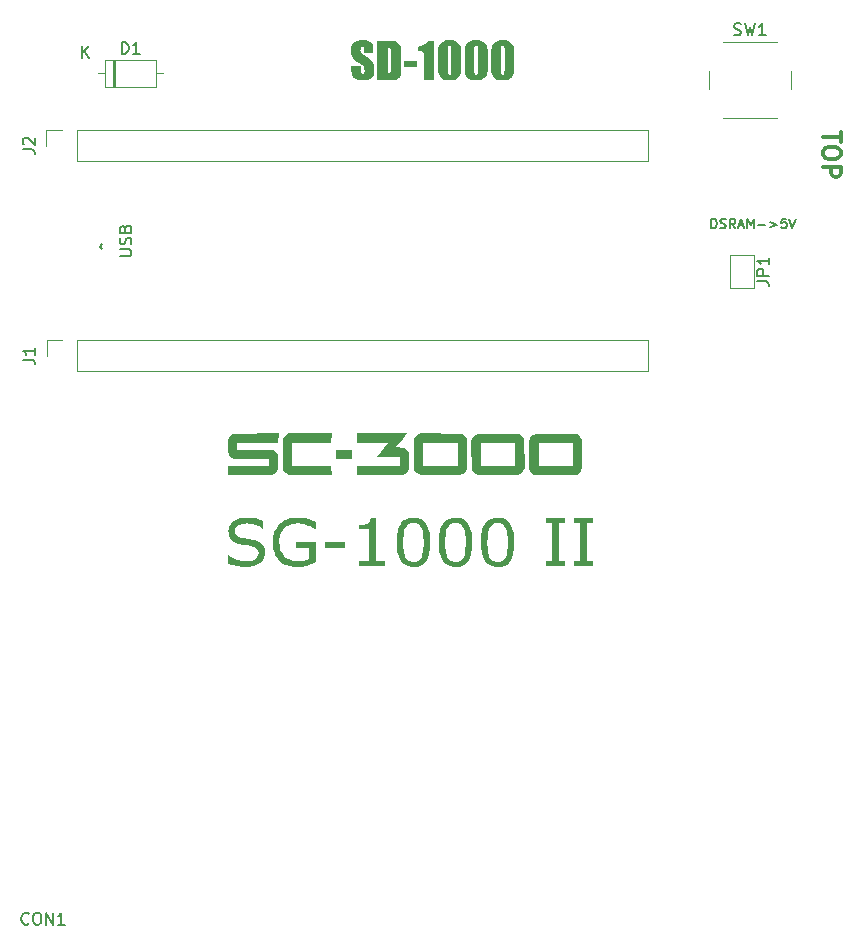
<source format=gbr>
%TF.GenerationSoftware,KiCad,Pcbnew,8.0.1*%
%TF.CreationDate,2024-04-05T19:57:55+02:00*%
%TF.ProjectId,SD-10005v,53442d31-3030-4303-9576-2e6b69636164,rev?*%
%TF.SameCoordinates,Original*%
%TF.FileFunction,Legend,Top*%
%TF.FilePolarity,Positive*%
%FSLAX46Y46*%
G04 Gerber Fmt 4.6, Leading zero omitted, Abs format (unit mm)*
G04 Created by KiCad (PCBNEW 8.0.1) date 2024-04-05 19:57:55*
%MOMM*%
%LPD*%
G01*
G04 APERTURE LIST*
G04 Aperture macros list*
%AMRoundRect*
0 Rectangle with rounded corners*
0 $1 Rounding radius*
0 $2 $3 $4 $5 $6 $7 $8 $9 X,Y pos of 4 corners*
0 Add a 4 corners polygon primitive as box body*
4,1,4,$2,$3,$4,$5,$6,$7,$8,$9,$2,$3,0*
0 Add four circle primitives for the rounded corners*
1,1,$1+$1,$2,$3*
1,1,$1+$1,$4,$5*
1,1,$1+$1,$6,$7*
1,1,$1+$1,$8,$9*
0 Add four rect primitives between the rounded corners*
20,1,$1+$1,$2,$3,$4,$5,0*
20,1,$1+$1,$4,$5,$6,$7,0*
20,1,$1+$1,$6,$7,$8,$9,0*
20,1,$1+$1,$8,$9,$2,$3,0*%
G04 Aperture macros list end*
%ADD10C,0.150000*%
%ADD11C,0.000000*%
%ADD12C,0.750000*%
%ADD13C,0.300000*%
%ADD14C,0.120000*%
%ADD15R,1.600000X1.600000*%
%ADD16O,1.600000X1.600000*%
%ADD17R,1.700000X1.700000*%
%ADD18O,1.700000X1.700000*%
%ADD19C,2.000000*%
%ADD20R,1.500000X1.000000*%
%ADD21RoundRect,0.500000X-0.500000X-5.000000X0.500000X-5.000000X0.500000X5.000000X-0.500000X5.000000X0*%
G04 APERTURE END LIST*
D10*
G36*
X93722958Y-77455450D02*
G01*
X93701641Y-77661201D01*
X93643669Y-77850247D01*
X93611584Y-77922442D01*
X93506419Y-78098167D01*
X93371909Y-78250674D01*
X93299930Y-78313230D01*
X93124762Y-78432940D01*
X92946088Y-78523846D01*
X92787020Y-78584829D01*
X92592713Y-78636349D01*
X92397770Y-78666402D01*
X92183816Y-78680999D01*
X92082623Y-78682526D01*
X91866896Y-78677458D01*
X91662281Y-78662254D01*
X91445374Y-78633033D01*
X91286392Y-78601437D01*
X91087001Y-78549015D01*
X90885601Y-78484075D01*
X90682191Y-78406614D01*
X90568318Y-78358171D01*
X90568318Y-77682107D01*
X90606420Y-77682107D01*
X90767742Y-77795375D01*
X90941032Y-77894842D01*
X91126290Y-77980511D01*
X91323517Y-78052379D01*
X91524040Y-78109227D01*
X91718213Y-78149832D01*
X91929067Y-78176099D01*
X92087508Y-78182316D01*
X92298162Y-78173855D01*
X92512577Y-78143462D01*
X92720219Y-78082848D01*
X92874947Y-78005484D01*
X93035140Y-77869272D01*
X93134058Y-77688815D01*
X93156315Y-77531653D01*
X93134225Y-77336741D01*
X93046389Y-77161039D01*
X93022470Y-77135980D01*
X92854919Y-77022163D01*
X92667709Y-76950548D01*
X92618004Y-76936678D01*
X92417233Y-76890381D01*
X92216290Y-76854531D01*
X92171528Y-76847773D01*
X91971418Y-76815972D01*
X91778116Y-76780893D01*
X91661549Y-76757892D01*
X91467376Y-76709360D01*
X91265845Y-76638414D01*
X91068497Y-76538443D01*
X90906319Y-76418321D01*
X90854570Y-76368080D01*
X90728003Y-76199893D01*
X90642858Y-76005277D01*
X90601947Y-75810096D01*
X90592742Y-75650006D01*
X90613499Y-75436534D01*
X90675769Y-75240640D01*
X90779553Y-75062324D01*
X90924851Y-74901585D01*
X91026517Y-74817627D01*
X91197724Y-74707397D01*
X91385280Y-74619973D01*
X91589184Y-74555356D01*
X91809438Y-74513545D01*
X92005471Y-74496123D01*
X92128541Y-74493272D01*
X92339933Y-74498463D01*
X92542288Y-74514033D01*
X92759136Y-74543958D01*
X92919888Y-74576315D01*
X93116102Y-74626118D01*
X93318709Y-74688705D01*
X93505097Y-74758925D01*
X93557850Y-74781479D01*
X93557850Y-75431165D01*
X93519748Y-75431165D01*
X93341788Y-75309152D01*
X93149752Y-75211455D01*
X92952284Y-75134295D01*
X92905233Y-75118534D01*
X92714052Y-75063824D01*
X92520551Y-75024745D01*
X92324729Y-75001297D01*
X92126587Y-74993482D01*
X91918920Y-75004045D01*
X91710839Y-75041183D01*
X91511361Y-75113807D01*
X91424145Y-75162498D01*
X91273408Y-75290241D01*
X91175933Y-75470976D01*
X91159385Y-75598227D01*
X91184630Y-75798208D01*
X91275305Y-75976384D01*
X91291277Y-75994877D01*
X91458931Y-76114704D01*
X91656424Y-76189236D01*
X91755338Y-76214696D01*
X91952831Y-76254066D01*
X92157812Y-76290817D01*
X92255547Y-76307508D01*
X92448633Y-76341378D01*
X92654896Y-76382777D01*
X92805582Y-76417906D01*
X92994391Y-76476276D01*
X93183725Y-76557182D01*
X93363005Y-76666301D01*
X93492393Y-76779385D01*
X93613980Y-76949096D01*
X93684906Y-77134139D01*
X93719356Y-77349784D01*
X93722958Y-77455450D01*
G37*
G36*
X97988415Y-78302484D02*
G01*
X97794975Y-78385594D01*
X97591643Y-78462367D01*
X97402599Y-78525291D01*
X97255687Y-78569197D01*
X97058949Y-78618778D01*
X96865387Y-78654193D01*
X96651424Y-78677103D01*
X96487787Y-78682526D01*
X96282563Y-78676308D01*
X96084913Y-78657655D01*
X95868300Y-78621110D01*
X95661579Y-78568323D01*
X95611444Y-78552588D01*
X95419530Y-78479438D01*
X95242393Y-78389923D01*
X95060777Y-78269658D01*
X94932449Y-78161800D01*
X94783281Y-78003539D01*
X94667816Y-77845346D01*
X94568470Y-77670667D01*
X94494766Y-77504298D01*
X94427660Y-77298585D01*
X94384670Y-77104861D01*
X94356360Y-76898328D01*
X94342729Y-76678985D01*
X94341381Y-76581060D01*
X94350327Y-76345396D01*
X94377163Y-76122494D01*
X94421890Y-75912354D01*
X94484508Y-75714975D01*
X94565016Y-75530358D01*
X94663415Y-75358503D01*
X94779706Y-75199409D01*
X94913886Y-75053077D01*
X95063928Y-74921873D01*
X95227311Y-74808162D01*
X95404036Y-74711946D01*
X95594103Y-74633224D01*
X95797511Y-74571995D01*
X96014262Y-74528260D01*
X96244354Y-74502019D01*
X96487787Y-74493272D01*
X96685212Y-74499841D01*
X96885109Y-74519548D01*
X97087480Y-74552392D01*
X97200976Y-74576315D01*
X97410362Y-74631673D01*
X97603879Y-74696321D01*
X97804356Y-74775502D01*
X97985484Y-74856706D01*
X97985484Y-75493691D01*
X97935659Y-75493691D01*
X97764750Y-75382866D01*
X97688485Y-75336399D01*
X97507891Y-75236690D01*
X97369993Y-75173244D01*
X97181143Y-75106683D01*
X96984741Y-75055018D01*
X96940125Y-75045261D01*
X96734211Y-75011736D01*
X96525246Y-74995959D01*
X96394975Y-74993482D01*
X96187078Y-75003857D01*
X95993253Y-75034984D01*
X95779239Y-75099727D01*
X95585489Y-75194352D01*
X95412004Y-75318859D01*
X95307606Y-75418464D01*
X95171811Y-75588377D01*
X95064111Y-75779379D01*
X94984507Y-75991469D01*
X94939632Y-76184321D01*
X94914268Y-76391818D01*
X94908025Y-76568360D01*
X94918209Y-76799112D01*
X94948764Y-77013263D01*
X94999687Y-77210814D01*
X95087683Y-77425961D01*
X95205012Y-77617203D01*
X95325191Y-77758311D01*
X95492608Y-77902406D01*
X95681252Y-78016689D01*
X95891121Y-78101159D01*
X96082227Y-78148777D01*
X96288073Y-78175691D01*
X96463363Y-78182316D01*
X96660467Y-78175447D01*
X96857571Y-78154839D01*
X96988974Y-78133468D01*
X97191700Y-78088309D01*
X97385858Y-78029217D01*
X97449127Y-78005484D01*
X97449127Y-77056845D01*
X96352965Y-77056845D01*
X96352965Y-76556636D01*
X97988415Y-76556636D01*
X97988415Y-78302484D01*
G37*
G36*
X100502163Y-77056845D02*
G01*
X98787578Y-77056845D01*
X98787578Y-76556636D01*
X100502163Y-76556636D01*
X100502163Y-77056845D01*
G37*
G36*
X103886392Y-78620000D02*
G01*
X101671598Y-78620000D01*
X101671598Y-78182316D01*
X102523517Y-78182316D01*
X102523517Y-75493691D01*
X101671598Y-75493691D01*
X101671598Y-75118534D01*
X101873865Y-75109570D01*
X102041870Y-75090202D01*
X102234383Y-75049982D01*
X102341800Y-75007159D01*
X102501535Y-74885710D01*
X102541102Y-74836189D01*
X102614131Y-74649075D01*
X102625122Y-74555799D01*
X103051081Y-74555799D01*
X103051081Y-78182316D01*
X103886392Y-78182316D01*
X103886392Y-78620000D01*
G37*
G36*
X106479665Y-74505985D02*
G01*
X106680507Y-74544124D01*
X106895952Y-74623454D01*
X107083508Y-74739397D01*
X107243174Y-74891953D01*
X107334124Y-75013998D01*
X107432069Y-75189395D01*
X107513413Y-75390743D01*
X107578157Y-75618041D01*
X107617999Y-75818565D01*
X107647216Y-76035696D01*
X107665809Y-76269437D01*
X107673778Y-76519786D01*
X107674110Y-76584968D01*
X107671079Y-76783226D01*
X107657607Y-77031781D01*
X107633358Y-77262293D01*
X107598332Y-77474761D01*
X107552529Y-77669186D01*
X107480120Y-77886844D01*
X107390871Y-78076308D01*
X107329239Y-78176454D01*
X107186551Y-78348440D01*
X107017142Y-78484842D01*
X106821011Y-78585660D01*
X106598159Y-78650896D01*
X106392036Y-78678078D01*
X106259455Y-78682526D01*
X106038940Y-78670003D01*
X105837793Y-78632437D01*
X105621981Y-78554298D01*
X105434059Y-78440096D01*
X105274027Y-78289829D01*
X105182833Y-78169616D01*
X105085169Y-77995574D01*
X105004058Y-77794627D01*
X104939501Y-77566775D01*
X104899773Y-77365122D01*
X104870640Y-77146250D01*
X104852100Y-76910158D01*
X104844155Y-76656848D01*
X104843824Y-76590830D01*
X105401674Y-76590830D01*
X105403567Y-76794162D01*
X105410222Y-77002183D01*
X105423235Y-77207576D01*
X105431960Y-77300111D01*
X105464292Y-77505092D01*
X105515858Y-77693586D01*
X105560921Y-77810090D01*
X105662630Y-77986732D01*
X105807557Y-78126409D01*
X105817864Y-78133468D01*
X105997612Y-78213410D01*
X106192288Y-78243102D01*
X106259455Y-78244842D01*
X106454504Y-78227429D01*
X106643497Y-78164059D01*
X106687369Y-78139330D01*
X106838799Y-78005729D01*
X106945274Y-77831233D01*
X106951151Y-77817906D01*
X107019417Y-77626566D01*
X107064113Y-77427332D01*
X107082065Y-77301088D01*
X107100097Y-77103118D01*
X107110616Y-76904878D01*
X107115725Y-76687626D01*
X107116259Y-76584968D01*
X107114122Y-76385605D01*
X107106609Y-76177524D01*
X107091916Y-75966445D01*
X107082065Y-75868848D01*
X107050822Y-75670255D01*
X106999096Y-75478623D01*
X106948220Y-75352030D01*
X106843005Y-75178780D01*
X106696703Y-75044141D01*
X106686392Y-75037445D01*
X106496615Y-74957578D01*
X106291691Y-74931372D01*
X106259455Y-74930956D01*
X106063935Y-74948531D01*
X105875200Y-75012487D01*
X105831542Y-75037445D01*
X105680111Y-75170314D01*
X105570087Y-75344566D01*
X105563852Y-75357892D01*
X105493193Y-75556698D01*
X105450786Y-75764610D01*
X105435868Y-75881549D01*
X105417836Y-76089766D01*
X105407318Y-76287602D01*
X105402209Y-76495331D01*
X105401674Y-76590830D01*
X104843824Y-76590830D01*
X104846838Y-76394450D01*
X104860233Y-76147971D01*
X104884344Y-75919047D01*
X104919172Y-75707677D01*
X104964715Y-75513863D01*
X105036714Y-75296282D01*
X105125458Y-75106130D01*
X105186741Y-75005205D01*
X105329233Y-74831228D01*
X105498791Y-74693246D01*
X105695414Y-74591260D01*
X105919103Y-74525268D01*
X106126184Y-74497772D01*
X106259455Y-74493272D01*
X106479665Y-74505985D01*
G37*
G36*
X110039749Y-74505985D02*
G01*
X110240591Y-74544124D01*
X110456036Y-74623454D01*
X110643591Y-74739397D01*
X110803258Y-74891953D01*
X110894207Y-75013998D01*
X110992153Y-75189395D01*
X111073497Y-75390743D01*
X111138240Y-75618041D01*
X111178083Y-75818565D01*
X111207300Y-76035696D01*
X111225893Y-76269437D01*
X111233861Y-76519786D01*
X111234193Y-76584968D01*
X111231162Y-76783226D01*
X111217691Y-77031781D01*
X111193442Y-77262293D01*
X111158416Y-77474761D01*
X111112613Y-77669186D01*
X111040204Y-77886844D01*
X110950955Y-78076308D01*
X110889323Y-78176454D01*
X110746635Y-78348440D01*
X110577226Y-78484842D01*
X110381095Y-78585660D01*
X110158243Y-78650896D01*
X109952120Y-78678078D01*
X109819539Y-78682526D01*
X109599024Y-78670003D01*
X109397877Y-78632437D01*
X109182065Y-78554298D01*
X108994143Y-78440096D01*
X108834111Y-78289829D01*
X108742916Y-78169616D01*
X108645253Y-77995574D01*
X108564142Y-77794627D01*
X108499585Y-77566775D01*
X108459857Y-77365122D01*
X108430724Y-77146250D01*
X108412184Y-76910158D01*
X108404238Y-76656848D01*
X108403907Y-76590830D01*
X108961758Y-76590830D01*
X108963651Y-76794162D01*
X108970306Y-77002183D01*
X108983319Y-77207576D01*
X108992044Y-77300111D01*
X109024376Y-77505092D01*
X109075942Y-77693586D01*
X109121004Y-77810090D01*
X109222713Y-77986732D01*
X109367641Y-78126409D01*
X109377948Y-78133468D01*
X109557695Y-78213410D01*
X109752372Y-78243102D01*
X109819539Y-78244842D01*
X110014588Y-78227429D01*
X110203580Y-78164059D01*
X110247452Y-78139330D01*
X110398883Y-78005729D01*
X110505358Y-77831233D01*
X110511235Y-77817906D01*
X110579501Y-77626566D01*
X110624197Y-77427332D01*
X110642149Y-77301088D01*
X110660181Y-77103118D01*
X110670699Y-76904878D01*
X110675809Y-76687626D01*
X110676343Y-76584968D01*
X110674206Y-76385605D01*
X110666692Y-76177524D01*
X110652000Y-75966445D01*
X110642149Y-75868848D01*
X110610906Y-75670255D01*
X110559180Y-75478623D01*
X110508304Y-75352030D01*
X110403089Y-75178780D01*
X110256787Y-75044141D01*
X110246475Y-75037445D01*
X110056699Y-74957578D01*
X109851775Y-74931372D01*
X109819539Y-74930956D01*
X109624019Y-74948531D01*
X109435284Y-75012487D01*
X109391625Y-75037445D01*
X109240195Y-75170314D01*
X109130171Y-75344566D01*
X109123935Y-75357892D01*
X109053277Y-75556698D01*
X109010870Y-75764610D01*
X108995952Y-75881549D01*
X108977920Y-76089766D01*
X108967401Y-76287602D01*
X108962292Y-76495331D01*
X108961758Y-76590830D01*
X108403907Y-76590830D01*
X108406921Y-76394450D01*
X108420316Y-76147971D01*
X108444428Y-75919047D01*
X108479255Y-75707677D01*
X108524799Y-75513863D01*
X108596798Y-75296282D01*
X108685541Y-75106130D01*
X108746824Y-75005205D01*
X108889317Y-74831228D01*
X109058875Y-74693246D01*
X109255498Y-74591260D01*
X109479187Y-74525268D01*
X109686268Y-74497772D01*
X109819539Y-74493272D01*
X110039749Y-74505985D01*
G37*
G36*
X113599832Y-74505985D02*
G01*
X113800674Y-74544124D01*
X114016120Y-74623454D01*
X114203675Y-74739397D01*
X114363341Y-74891953D01*
X114454291Y-75013998D01*
X114552236Y-75189395D01*
X114633581Y-75390743D01*
X114698324Y-75618041D01*
X114738166Y-75818565D01*
X114767384Y-76035696D01*
X114785977Y-76269437D01*
X114793945Y-76519786D01*
X114794277Y-76584968D01*
X114791246Y-76783226D01*
X114777775Y-77031781D01*
X114753526Y-77262293D01*
X114718500Y-77474761D01*
X114672697Y-77669186D01*
X114600287Y-77886844D01*
X114511039Y-78076308D01*
X114449406Y-78176454D01*
X114306719Y-78348440D01*
X114137310Y-78484842D01*
X113941179Y-78585660D01*
X113718326Y-78650896D01*
X113512204Y-78678078D01*
X113379623Y-78682526D01*
X113159108Y-78670003D01*
X112957960Y-78632437D01*
X112742149Y-78554298D01*
X112554227Y-78440096D01*
X112394194Y-78289829D01*
X112303000Y-78169616D01*
X112205336Y-77995574D01*
X112124226Y-77794627D01*
X112059668Y-77566775D01*
X112019941Y-77365122D01*
X111990807Y-77146250D01*
X111972268Y-76910158D01*
X111964322Y-76656848D01*
X111963991Y-76590830D01*
X112521842Y-76590830D01*
X112523735Y-76794162D01*
X112530389Y-77002183D01*
X112543403Y-77207576D01*
X112552128Y-77300111D01*
X112584460Y-77505092D01*
X112636025Y-77693586D01*
X112681088Y-77810090D01*
X112782797Y-77986732D01*
X112927725Y-78126409D01*
X112938032Y-78133468D01*
X113117779Y-78213410D01*
X113312456Y-78243102D01*
X113379623Y-78244842D01*
X113574672Y-78227429D01*
X113763664Y-78164059D01*
X113807536Y-78139330D01*
X113958967Y-78005729D01*
X114065441Y-77831233D01*
X114071318Y-77817906D01*
X114139584Y-77626566D01*
X114184281Y-77427332D01*
X114202233Y-77301088D01*
X114220265Y-77103118D01*
X114230783Y-76904878D01*
X114235892Y-76687626D01*
X114236427Y-76584968D01*
X114234289Y-76385605D01*
X114226776Y-76177524D01*
X114212083Y-75966445D01*
X114202233Y-75868848D01*
X114170990Y-75670255D01*
X114119263Y-75478623D01*
X114068387Y-75352030D01*
X113963172Y-75178780D01*
X113816871Y-75044141D01*
X113806559Y-75037445D01*
X113616782Y-74957578D01*
X113411859Y-74931372D01*
X113379623Y-74930956D01*
X113184102Y-74948531D01*
X112995368Y-75012487D01*
X112951709Y-75037445D01*
X112800279Y-75170314D01*
X112690255Y-75344566D01*
X112684019Y-75357892D01*
X112613360Y-75556698D01*
X112570954Y-75764610D01*
X112556036Y-75881549D01*
X112538004Y-76089766D01*
X112527485Y-76287602D01*
X112522376Y-76495331D01*
X112521842Y-76590830D01*
X111963991Y-76590830D01*
X111967005Y-76394450D01*
X111980400Y-76147971D01*
X112004512Y-75919047D01*
X112039339Y-75707677D01*
X112084883Y-75513863D01*
X112156882Y-75296282D01*
X112245625Y-75106130D01*
X112306908Y-75005205D01*
X112449401Y-74831228D01*
X112618959Y-74693246D01*
X112815582Y-74591260D01*
X113039270Y-74525268D01*
X113246352Y-74497772D01*
X113379623Y-74493272D01*
X113599832Y-74505985D01*
G37*
G36*
X119105652Y-78620000D02*
G01*
X117489741Y-78620000D01*
X117489741Y-78182316D01*
X118026099Y-78182316D01*
X118026099Y-74993482D01*
X117489741Y-74993482D01*
X117489741Y-74555799D01*
X119105652Y-74555799D01*
X119105652Y-74993482D01*
X118570272Y-74993482D01*
X118570272Y-78182316D01*
X119105652Y-78182316D01*
X119105652Y-78620000D01*
G37*
G36*
X121462107Y-78620000D02*
G01*
X119846196Y-78620000D01*
X119846196Y-78182316D01*
X120382554Y-78182316D01*
X120382554Y-74993482D01*
X119846196Y-74993482D01*
X119846196Y-74555799D01*
X121462107Y-74555799D01*
X121462107Y-74993482D01*
X120926727Y-74993482D01*
X120926727Y-78182316D01*
X121462107Y-78182316D01*
X121462107Y-78620000D01*
G37*
X131489160Y-49994295D02*
X131489160Y-49194295D01*
X131489160Y-49194295D02*
X131679636Y-49194295D01*
X131679636Y-49194295D02*
X131793922Y-49232390D01*
X131793922Y-49232390D02*
X131870112Y-49308580D01*
X131870112Y-49308580D02*
X131908207Y-49384771D01*
X131908207Y-49384771D02*
X131946303Y-49537152D01*
X131946303Y-49537152D02*
X131946303Y-49651438D01*
X131946303Y-49651438D02*
X131908207Y-49803819D01*
X131908207Y-49803819D02*
X131870112Y-49880009D01*
X131870112Y-49880009D02*
X131793922Y-49956200D01*
X131793922Y-49956200D02*
X131679636Y-49994295D01*
X131679636Y-49994295D02*
X131489160Y-49994295D01*
X132251064Y-49956200D02*
X132365350Y-49994295D01*
X132365350Y-49994295D02*
X132555826Y-49994295D01*
X132555826Y-49994295D02*
X132632017Y-49956200D01*
X132632017Y-49956200D02*
X132670112Y-49918104D01*
X132670112Y-49918104D02*
X132708207Y-49841914D01*
X132708207Y-49841914D02*
X132708207Y-49765723D01*
X132708207Y-49765723D02*
X132670112Y-49689533D01*
X132670112Y-49689533D02*
X132632017Y-49651438D01*
X132632017Y-49651438D02*
X132555826Y-49613342D01*
X132555826Y-49613342D02*
X132403445Y-49575247D01*
X132403445Y-49575247D02*
X132327255Y-49537152D01*
X132327255Y-49537152D02*
X132289160Y-49499057D01*
X132289160Y-49499057D02*
X132251064Y-49422866D01*
X132251064Y-49422866D02*
X132251064Y-49346676D01*
X132251064Y-49346676D02*
X132289160Y-49270485D01*
X132289160Y-49270485D02*
X132327255Y-49232390D01*
X132327255Y-49232390D02*
X132403445Y-49194295D01*
X132403445Y-49194295D02*
X132593922Y-49194295D01*
X132593922Y-49194295D02*
X132708207Y-49232390D01*
X133508208Y-49994295D02*
X133241541Y-49613342D01*
X133051065Y-49994295D02*
X133051065Y-49194295D01*
X133051065Y-49194295D02*
X133355827Y-49194295D01*
X133355827Y-49194295D02*
X133432017Y-49232390D01*
X133432017Y-49232390D02*
X133470112Y-49270485D01*
X133470112Y-49270485D02*
X133508208Y-49346676D01*
X133508208Y-49346676D02*
X133508208Y-49460961D01*
X133508208Y-49460961D02*
X133470112Y-49537152D01*
X133470112Y-49537152D02*
X133432017Y-49575247D01*
X133432017Y-49575247D02*
X133355827Y-49613342D01*
X133355827Y-49613342D02*
X133051065Y-49613342D01*
X133812969Y-49765723D02*
X134193922Y-49765723D01*
X133736779Y-49994295D02*
X134003446Y-49194295D01*
X134003446Y-49194295D02*
X134270112Y-49994295D01*
X134536779Y-49994295D02*
X134536779Y-49194295D01*
X134536779Y-49194295D02*
X134803445Y-49765723D01*
X134803445Y-49765723D02*
X135070112Y-49194295D01*
X135070112Y-49194295D02*
X135070112Y-49994295D01*
X135451065Y-49689533D02*
X136060589Y-49689533D01*
X136441541Y-49460961D02*
X137051065Y-49689533D01*
X137051065Y-49689533D02*
X136441541Y-49918104D01*
X137812969Y-49194295D02*
X137432017Y-49194295D01*
X137432017Y-49194295D02*
X137393921Y-49575247D01*
X137393921Y-49575247D02*
X137432017Y-49537152D01*
X137432017Y-49537152D02*
X137508207Y-49499057D01*
X137508207Y-49499057D02*
X137698683Y-49499057D01*
X137698683Y-49499057D02*
X137774874Y-49537152D01*
X137774874Y-49537152D02*
X137812969Y-49575247D01*
X137812969Y-49575247D02*
X137851064Y-49651438D01*
X137851064Y-49651438D02*
X137851064Y-49841914D01*
X137851064Y-49841914D02*
X137812969Y-49918104D01*
X137812969Y-49918104D02*
X137774874Y-49956200D01*
X137774874Y-49956200D02*
X137698683Y-49994295D01*
X137698683Y-49994295D02*
X137508207Y-49994295D01*
X137508207Y-49994295D02*
X137432017Y-49956200D01*
X137432017Y-49956200D02*
X137393921Y-49918104D01*
X138079636Y-49194295D02*
X138346303Y-49994295D01*
X138346303Y-49994295D02*
X138612969Y-49194295D01*
D11*
G36*
X120100000Y-67400000D02*
G01*
X120233610Y-67499060D01*
X120291010Y-67547830D01*
X120348420Y-67608790D01*
X120399720Y-67673820D01*
X120437320Y-67735280D01*
X120508440Y-67872440D01*
X120537390Y-70234640D01*
X120423600Y-70642060D01*
X120090350Y-70896060D01*
X116485580Y-70896060D01*
X116155890Y-70645110D01*
X116043620Y-70271220D01*
X116043620Y-68179780D01*
X116847280Y-68179780D01*
X116847280Y-70116790D01*
X119728660Y-70116790D01*
X119728660Y-68179780D01*
X116847280Y-68179780D01*
X116043620Y-68179780D01*
X116043620Y-68005030D01*
X116097470Y-67844000D01*
X116126430Y-67773380D01*
X116164020Y-67699220D01*
X116206690Y-67630640D01*
X116248860Y-67576280D01*
X116345880Y-67469090D01*
X116634430Y-67382730D01*
X120100000Y-67400000D01*
G37*
G36*
X110355550Y-67400000D02*
G01*
X110609040Y-67566630D01*
X110776170Y-67872440D01*
X110776170Y-70423620D01*
X110604470Y-70738070D01*
X110209240Y-70917900D01*
X106854920Y-70919940D01*
X106530820Y-70754330D01*
X106335240Y-70487630D01*
X106335240Y-68179780D01*
X107067270Y-68179780D01*
X107067270Y-70116790D01*
X109996390Y-70116790D01*
X109996390Y-68179780D01*
X107067270Y-68179780D01*
X106335240Y-68179780D01*
X106335240Y-67808940D01*
X106530820Y-67541740D01*
X106854920Y-67374100D01*
X110355550Y-67400000D01*
G37*
G36*
X94807700Y-68155910D02*
G01*
X91335010Y-68180800D01*
X91335010Y-68741630D01*
X94387080Y-68770080D01*
X94640570Y-68936700D01*
X94807190Y-69242520D01*
X94807700Y-70423620D01*
X94636000Y-70738070D01*
X94240770Y-70917900D01*
X90531870Y-70919940D01*
X90531870Y-70116790D01*
X94027920Y-70116790D01*
X94027920Y-69554430D01*
X91028180Y-69525980D01*
X90713730Y-69354280D01*
X90534400Y-68959060D01*
X90532370Y-68014180D01*
X90626350Y-67676860D01*
X90738620Y-67571200D01*
X90792470Y-67527510D01*
X90857490Y-67485350D01*
X90925060Y-67449280D01*
X90986520Y-67425400D01*
X91122670Y-67384760D01*
X94835130Y-67376640D01*
X94807700Y-68155910D01*
G37*
G36*
X99295880Y-68155910D02*
G01*
X95964920Y-68180800D01*
X95964920Y-70115260D01*
X99295880Y-70140160D01*
X99323310Y-70919940D01*
X95752580Y-70919940D01*
X95428480Y-70754330D01*
X95232900Y-70487630D01*
X95232900Y-67808940D01*
X95428480Y-67541740D01*
X95752580Y-67376640D01*
X99323310Y-67376640D01*
X99295880Y-68155910D01*
G37*
G36*
X115221680Y-67400000D02*
G01*
X115475170Y-67566630D01*
X115642300Y-67872440D01*
X115671770Y-70302720D01*
X115481270Y-70733500D01*
X115075380Y-70917900D01*
X111721050Y-70919940D01*
X111396950Y-70754330D01*
X111201370Y-70488140D01*
X111171200Y-68179780D01*
X111980640Y-68179780D01*
X111980640Y-70116790D01*
X114863030Y-70116790D01*
X114863030Y-68179780D01*
X111980640Y-68179780D01*
X111171200Y-68179780D01*
X111170890Y-68155910D01*
X111230830Y-67755100D01*
X111469080Y-67471630D01*
X111768300Y-67382730D01*
X115221680Y-67400000D01*
G37*
G36*
X101043910Y-69525980D02*
G01*
X99697200Y-69552400D01*
X99697200Y-68746710D01*
X101071340Y-68746710D01*
X101043910Y-69525980D01*
G37*
G36*
X105658070Y-67448260D02*
G01*
X105553930Y-67581360D01*
X105366990Y-67811480D01*
X104757900Y-68546050D01*
X105500590Y-68588720D01*
X105742910Y-68747730D01*
X105910040Y-69053540D01*
X105910040Y-70423620D01*
X105738340Y-70738070D01*
X105343110Y-70917900D01*
X101445230Y-70919940D01*
X101445230Y-70116790D01*
X105130260Y-70116790D01*
X105130260Y-69362920D01*
X103200370Y-69337010D01*
X104131530Y-68203150D01*
X101445230Y-68178260D01*
X101445230Y-67376640D01*
X105702780Y-67376640D01*
X105658070Y-67448260D01*
G37*
D10*
X79855113Y-51744172D02*
X79712256Y-51553696D01*
X79712256Y-51553696D02*
X79855113Y-51363220D01*
X81369819Y-52363220D02*
X82179342Y-52363220D01*
X82179342Y-52363220D02*
X82274580Y-52315601D01*
X82274580Y-52315601D02*
X82322200Y-52267982D01*
X82322200Y-52267982D02*
X82369819Y-52172744D01*
X82369819Y-52172744D02*
X82369819Y-51982268D01*
X82369819Y-51982268D02*
X82322200Y-51887030D01*
X82322200Y-51887030D02*
X82274580Y-51839411D01*
X82274580Y-51839411D02*
X82179342Y-51791792D01*
X82179342Y-51791792D02*
X81369819Y-51791792D01*
X82322200Y-51363220D02*
X82369819Y-51220363D01*
X82369819Y-51220363D02*
X82369819Y-50982268D01*
X82369819Y-50982268D02*
X82322200Y-50887030D01*
X82322200Y-50887030D02*
X82274580Y-50839411D01*
X82274580Y-50839411D02*
X82179342Y-50791792D01*
X82179342Y-50791792D02*
X82084104Y-50791792D01*
X82084104Y-50791792D02*
X81988866Y-50839411D01*
X81988866Y-50839411D02*
X81941247Y-50887030D01*
X81941247Y-50887030D02*
X81893628Y-50982268D01*
X81893628Y-50982268D02*
X81846009Y-51172744D01*
X81846009Y-51172744D02*
X81798390Y-51267982D01*
X81798390Y-51267982D02*
X81750771Y-51315601D01*
X81750771Y-51315601D02*
X81655533Y-51363220D01*
X81655533Y-51363220D02*
X81560295Y-51363220D01*
X81560295Y-51363220D02*
X81465057Y-51315601D01*
X81465057Y-51315601D02*
X81417438Y-51267982D01*
X81417438Y-51267982D02*
X81369819Y-51172744D01*
X81369819Y-51172744D02*
X81369819Y-50934649D01*
X81369819Y-50934649D02*
X81417438Y-50791792D01*
X81846009Y-50029887D02*
X81893628Y-49887030D01*
X81893628Y-49887030D02*
X81941247Y-49839411D01*
X81941247Y-49839411D02*
X82036485Y-49791792D01*
X82036485Y-49791792D02*
X82179342Y-49791792D01*
X82179342Y-49791792D02*
X82274580Y-49839411D01*
X82274580Y-49839411D02*
X82322200Y-49887030D01*
X82322200Y-49887030D02*
X82369819Y-49982268D01*
X82369819Y-49982268D02*
X82369819Y-50363220D01*
X82369819Y-50363220D02*
X81369819Y-50363220D01*
X81369819Y-50363220D02*
X81369819Y-50029887D01*
X81369819Y-50029887D02*
X81417438Y-49934649D01*
X81417438Y-49934649D02*
X81465057Y-49887030D01*
X81465057Y-49887030D02*
X81560295Y-49839411D01*
X81560295Y-49839411D02*
X81655533Y-49839411D01*
X81655533Y-49839411D02*
X81750771Y-49887030D01*
X81750771Y-49887030D02*
X81798390Y-49934649D01*
X81798390Y-49934649D02*
X81846009Y-50029887D01*
X81846009Y-50029887D02*
X81846009Y-50363220D01*
D12*
G36*
X102871284Y-35147163D02*
G01*
X102065283Y-35147163D01*
X102065283Y-34899501D01*
X102056598Y-34751131D01*
X102034508Y-34678949D01*
X101931194Y-34631322D01*
X101813224Y-34691406D01*
X101773908Y-34835900D01*
X101772924Y-34872390D01*
X101787298Y-35023034D01*
X101818353Y-35106863D01*
X101925745Y-35216851D01*
X102051333Y-35302820D01*
X102063817Y-35310561D01*
X102201834Y-35398099D01*
X102326455Y-35481195D01*
X102463394Y-35578819D01*
X102579404Y-35669501D01*
X102690987Y-35769158D01*
X102792882Y-35886486D01*
X102865493Y-36029113D01*
X102910087Y-36191217D01*
X102933704Y-36360332D01*
X102942505Y-36525548D01*
X102943092Y-36584776D01*
X102937871Y-36748404D01*
X102919517Y-36905005D01*
X102879138Y-37056894D01*
X102859561Y-37101350D01*
X102766055Y-37227190D01*
X102646886Y-37320069D01*
X102537160Y-37379787D01*
X102396594Y-37433979D01*
X102243625Y-37470436D01*
X102097240Y-37487953D01*
X101981019Y-37491894D01*
X101833337Y-37485583D01*
X101676579Y-37462914D01*
X101532644Y-37423759D01*
X101386044Y-37360003D01*
X101261005Y-37280134D01*
X101153614Y-37178067D01*
X101073833Y-37049595D01*
X101063643Y-37024413D01*
X101023457Y-36879900D01*
X101000016Y-36721205D01*
X100989300Y-36557372D01*
X100987439Y-36444092D01*
X100987439Y-36225739D01*
X101793441Y-36225739D01*
X101793441Y-36633136D01*
X101800847Y-36780215D01*
X101827146Y-36875669D01*
X101948046Y-36929159D01*
X102076274Y-36861748D01*
X102116739Y-36715917D01*
X102118772Y-36660980D01*
X102112397Y-36512171D01*
X102084061Y-36363708D01*
X102038172Y-36277763D01*
X101920223Y-36177024D01*
X101795667Y-36089157D01*
X101672423Y-36008313D01*
X101632973Y-35983206D01*
X101501730Y-35898421D01*
X101377327Y-35814489D01*
X101250838Y-35721665D01*
X101203594Y-35682055D01*
X101107790Y-35568665D01*
X101034277Y-35429421D01*
X101029938Y-35419005D01*
X100985343Y-35267193D01*
X100965366Y-35114556D01*
X100961061Y-34989626D01*
X100965724Y-34834566D01*
X100982474Y-34681140D01*
X101020542Y-34525034D01*
X101058514Y-34439347D01*
X101149052Y-34319271D01*
X101273387Y-34220628D01*
X101375053Y-34166772D01*
X101520396Y-34114994D01*
X101666378Y-34084791D01*
X101826734Y-34070121D01*
X101902617Y-34068586D01*
X102065283Y-34075410D01*
X102215492Y-34095881D01*
X102369589Y-34135222D01*
X102478542Y-34177763D01*
X102611635Y-34251508D01*
X102729788Y-34354548D01*
X102793615Y-34452536D01*
X102837835Y-34593744D01*
X102860362Y-34749978D01*
X102869388Y-34896819D01*
X102871284Y-35015272D01*
X102871284Y-35147163D01*
G37*
G36*
X104004678Y-34116385D02*
G01*
X104175281Y-34120060D01*
X104325991Y-34126561D01*
X104480585Y-34138093D01*
X104642152Y-34159800D01*
X104703838Y-34173367D01*
X104843417Y-34221491D01*
X104976001Y-34301136D01*
X105040161Y-34362411D01*
X105124771Y-34483065D01*
X105178384Y-34625410D01*
X105184508Y-34655502D01*
X105201195Y-34803211D01*
X105208980Y-34956970D01*
X105212787Y-35123515D01*
X105213817Y-35290045D01*
X105213817Y-36455816D01*
X105212323Y-36613519D01*
X105206804Y-36771068D01*
X105193730Y-36931798D01*
X105171319Y-37055188D01*
X105108952Y-37197159D01*
X105024041Y-37291859D01*
X104898650Y-37367899D01*
X104764655Y-37411294D01*
X104613159Y-37433117D01*
X104461404Y-37442333D01*
X104298640Y-37445000D01*
X103204676Y-37445000D01*
X103204676Y-34678217D01*
X104072226Y-34678217D01*
X104072226Y-36882264D01*
X104223718Y-36863396D01*
X104303036Y-36806793D01*
X104336768Y-36653193D01*
X104345211Y-36494253D01*
X104346267Y-36395732D01*
X104346267Y-35094406D01*
X104344206Y-34946578D01*
X104331612Y-34802780D01*
X104265667Y-34708258D01*
X104114430Y-34678950D01*
X104072226Y-34678217D01*
X103204676Y-34678217D01*
X103204676Y-34115481D01*
X103853873Y-34115481D01*
X104004678Y-34116385D01*
G37*
G36*
X106521738Y-35803688D02*
G01*
X106521738Y-36366423D01*
X105427041Y-36366423D01*
X105427041Y-35803688D01*
X106521738Y-35803688D01*
G37*
G36*
X108022366Y-34115481D02*
G01*
X108022366Y-37445000D01*
X107189254Y-37445000D01*
X107189254Y-35637358D01*
X107188342Y-35481111D01*
X107184491Y-35324117D01*
X107172510Y-35178058D01*
X107170203Y-35166946D01*
X107073510Y-35050068D01*
X107068353Y-35047512D01*
X106922271Y-35015495D01*
X106765817Y-35007120D01*
X106696860Y-35006479D01*
X106614794Y-35006479D01*
X106614794Y-34643046D01*
X106761191Y-34606753D01*
X106931404Y-34549472D01*
X107087413Y-34478954D01*
X107229218Y-34395199D01*
X107356820Y-34298205D01*
X107470217Y-34187974D01*
X107531438Y-34115481D01*
X108022366Y-34115481D01*
G37*
G36*
X109452012Y-34076063D02*
G01*
X109607459Y-34101909D01*
X109751600Y-34146216D01*
X109792638Y-34163108D01*
X109928344Y-34233114D01*
X110046960Y-34320938D01*
X110115771Y-34394651D01*
X110196695Y-34520634D01*
X110250971Y-34660081D01*
X110261584Y-34702397D01*
X110284803Y-34859086D01*
X110295184Y-35014200D01*
X110299351Y-35179132D01*
X110299686Y-35247547D01*
X110299686Y-36347372D01*
X110297723Y-36501471D01*
X110290670Y-36653798D01*
X110274642Y-36808530D01*
X110258654Y-36893255D01*
X110205639Y-37038432D01*
X110125771Y-37165705D01*
X110087195Y-37212725D01*
X109972992Y-37319793D01*
X109841133Y-37399290D01*
X109774320Y-37426681D01*
X109630751Y-37466420D01*
X109474817Y-37487818D01*
X109363992Y-37491894D01*
X109204183Y-37486504D01*
X109045244Y-37467871D01*
X108893056Y-37432002D01*
X108867935Y-37423750D01*
X108730789Y-37361926D01*
X108607562Y-37270765D01*
X108552129Y-37211259D01*
X108467999Y-37090963D01*
X108402283Y-36956003D01*
X108385067Y-36906444D01*
X108355151Y-36760162D01*
X108341367Y-36604560D01*
X109168353Y-36604560D01*
X109170556Y-36752821D01*
X109181514Y-36901080D01*
X109196197Y-36962131D01*
X109317097Y-37022948D01*
X109437998Y-36951873D01*
X109462470Y-36803831D01*
X109467278Y-36645648D01*
X109467307Y-36630205D01*
X109467307Y-34944930D01*
X109464802Y-34795307D01*
X109451654Y-34645202D01*
X109441661Y-34605676D01*
X109320761Y-34537533D01*
X109198395Y-34610073D01*
X109173312Y-34763118D01*
X109168471Y-34912881D01*
X109168353Y-34944930D01*
X109168353Y-36604560D01*
X108341367Y-36604560D01*
X108340768Y-36597802D01*
X108336166Y-36441433D01*
X108335974Y-36398663D01*
X108335974Y-35247547D01*
X108338756Y-35085224D01*
X108349034Y-34916164D01*
X108366886Y-34768983D01*
X108400966Y-34611899D01*
X108415108Y-34567575D01*
X108480267Y-34434868D01*
X108575908Y-34319763D01*
X108702032Y-34222262D01*
X108730914Y-34204874D01*
X108871513Y-34138993D01*
X109027876Y-34094673D01*
X109180100Y-34073378D01*
X109302443Y-34068586D01*
X109452012Y-34076063D01*
G37*
G36*
X111702954Y-34076063D02*
G01*
X111858401Y-34101909D01*
X112002542Y-34146216D01*
X112043580Y-34163108D01*
X112179286Y-34233114D01*
X112297902Y-34320938D01*
X112366714Y-34394651D01*
X112447637Y-34520634D01*
X112501913Y-34660081D01*
X112512526Y-34702397D01*
X112535745Y-34859086D01*
X112546126Y-35014200D01*
X112550294Y-35179132D01*
X112550628Y-35247547D01*
X112550628Y-36347372D01*
X112548665Y-36501471D01*
X112541612Y-36653798D01*
X112525584Y-36808530D01*
X112509596Y-36893255D01*
X112456582Y-37038432D01*
X112376713Y-37165705D01*
X112338137Y-37212725D01*
X112223934Y-37319793D01*
X112092075Y-37399290D01*
X112025262Y-37426681D01*
X111881693Y-37466420D01*
X111725759Y-37487818D01*
X111614934Y-37491894D01*
X111455126Y-37486504D01*
X111296186Y-37467871D01*
X111143999Y-37432002D01*
X111118877Y-37423750D01*
X110981731Y-37361926D01*
X110858504Y-37270765D01*
X110803071Y-37211259D01*
X110718942Y-37090963D01*
X110653225Y-36956003D01*
X110636009Y-36906444D01*
X110606093Y-36760162D01*
X110592309Y-36604560D01*
X111419296Y-36604560D01*
X111421498Y-36752821D01*
X111432456Y-36901080D01*
X111447139Y-36962131D01*
X111568039Y-37022948D01*
X111688940Y-36951873D01*
X111713412Y-36803831D01*
X111718220Y-36645648D01*
X111718249Y-36630205D01*
X111718249Y-34944930D01*
X111715744Y-34795307D01*
X111702596Y-34645202D01*
X111692603Y-34605676D01*
X111571703Y-34537533D01*
X111449337Y-34610073D01*
X111424254Y-34763118D01*
X111419413Y-34912881D01*
X111419296Y-34944930D01*
X111419296Y-36604560D01*
X110592309Y-36604560D01*
X110591710Y-36597802D01*
X110587108Y-36441433D01*
X110586916Y-36398663D01*
X110586916Y-35247547D01*
X110589698Y-35085224D01*
X110599976Y-34916164D01*
X110617828Y-34768983D01*
X110651908Y-34611899D01*
X110666051Y-34567575D01*
X110731209Y-34434868D01*
X110826850Y-34319763D01*
X110952974Y-34222262D01*
X110981857Y-34204874D01*
X111122455Y-34138993D01*
X111278818Y-34094673D01*
X111431042Y-34073378D01*
X111553385Y-34068586D01*
X111702954Y-34076063D01*
G37*
G36*
X113953896Y-34076063D02*
G01*
X114109343Y-34101909D01*
X114253485Y-34146216D01*
X114294522Y-34163108D01*
X114430228Y-34233114D01*
X114548844Y-34320938D01*
X114617656Y-34394651D01*
X114698579Y-34520634D01*
X114752855Y-34660081D01*
X114763469Y-34702397D01*
X114786687Y-34859086D01*
X114797068Y-35014200D01*
X114801236Y-35179132D01*
X114801570Y-35247547D01*
X114801570Y-36347372D01*
X114799607Y-36501471D01*
X114792554Y-36653798D01*
X114776526Y-36808530D01*
X114760538Y-36893255D01*
X114707524Y-37038432D01*
X114627655Y-37165705D01*
X114589079Y-37212725D01*
X114474876Y-37319793D01*
X114343017Y-37399290D01*
X114276204Y-37426681D01*
X114132635Y-37466420D01*
X113976701Y-37487818D01*
X113865876Y-37491894D01*
X113706068Y-37486504D01*
X113547128Y-37467871D01*
X113394941Y-37432002D01*
X113369819Y-37423750D01*
X113232673Y-37361926D01*
X113109446Y-37270765D01*
X113054013Y-37211259D01*
X112969884Y-37090963D01*
X112904167Y-36956003D01*
X112886951Y-36906444D01*
X112857035Y-36760162D01*
X112843251Y-36604560D01*
X113670238Y-36604560D01*
X113672440Y-36752821D01*
X113683398Y-36901080D01*
X113698081Y-36962131D01*
X113818981Y-37022948D01*
X113939882Y-36951873D01*
X113964354Y-36803831D01*
X113969162Y-36645648D01*
X113969191Y-36630205D01*
X113969191Y-34944930D01*
X113966686Y-34795307D01*
X113953538Y-34645202D01*
X113943545Y-34605676D01*
X113822645Y-34537533D01*
X113700279Y-34610073D01*
X113675196Y-34763118D01*
X113670355Y-34912881D01*
X113670238Y-34944930D01*
X113670238Y-36604560D01*
X112843251Y-36604560D01*
X112842652Y-36597802D01*
X112838050Y-36441433D01*
X112837858Y-36398663D01*
X112837858Y-35247547D01*
X112840640Y-35085224D01*
X112850918Y-34916164D01*
X112868770Y-34768983D01*
X112902850Y-34611899D01*
X112916993Y-34567575D01*
X112982151Y-34434868D01*
X113077792Y-34319763D01*
X113203916Y-34222262D01*
X113232799Y-34204874D01*
X113373397Y-34138993D01*
X113529760Y-34094673D01*
X113681984Y-34073378D01*
X113804327Y-34068586D01*
X113953896Y-34076063D01*
G37*
D13*
X142426671Y-41850714D02*
X142426671Y-42707857D01*
X140926671Y-42279285D02*
X142426671Y-42279285D01*
X142426671Y-43493571D02*
X142426671Y-43779285D01*
X142426671Y-43779285D02*
X142355242Y-43922142D01*
X142355242Y-43922142D02*
X142212385Y-44064999D01*
X142212385Y-44064999D02*
X141926671Y-44136428D01*
X141926671Y-44136428D02*
X141426671Y-44136428D01*
X141426671Y-44136428D02*
X141140957Y-44064999D01*
X141140957Y-44064999D02*
X140998100Y-43922142D01*
X140998100Y-43922142D02*
X140926671Y-43779285D01*
X140926671Y-43779285D02*
X140926671Y-43493571D01*
X140926671Y-43493571D02*
X140998100Y-43350714D01*
X140998100Y-43350714D02*
X141140957Y-43207856D01*
X141140957Y-43207856D02*
X141426671Y-43136428D01*
X141426671Y-43136428D02*
X141926671Y-43136428D01*
X141926671Y-43136428D02*
X142212385Y-43207856D01*
X142212385Y-43207856D02*
X142355242Y-43350714D01*
X142355242Y-43350714D02*
X142426671Y-43493571D01*
X140926671Y-44779285D02*
X142426671Y-44779285D01*
X142426671Y-44779285D02*
X142426671Y-45350714D01*
X142426671Y-45350714D02*
X142355242Y-45493571D01*
X142355242Y-45493571D02*
X142283814Y-45565000D01*
X142283814Y-45565000D02*
X142140957Y-45636428D01*
X142140957Y-45636428D02*
X141926671Y-45636428D01*
X141926671Y-45636428D02*
X141783814Y-45565000D01*
X141783814Y-45565000D02*
X141712385Y-45493571D01*
X141712385Y-45493571D02*
X141640957Y-45350714D01*
X141640957Y-45350714D02*
X141640957Y-44779285D01*
D10*
X81561905Y-35234819D02*
X81561905Y-34234819D01*
X81561905Y-34234819D02*
X81800000Y-34234819D01*
X81800000Y-34234819D02*
X81942857Y-34282438D01*
X81942857Y-34282438D02*
X82038095Y-34377676D01*
X82038095Y-34377676D02*
X82085714Y-34472914D01*
X82085714Y-34472914D02*
X82133333Y-34663390D01*
X82133333Y-34663390D02*
X82133333Y-34806247D01*
X82133333Y-34806247D02*
X82085714Y-34996723D01*
X82085714Y-34996723D02*
X82038095Y-35091961D01*
X82038095Y-35091961D02*
X81942857Y-35187200D01*
X81942857Y-35187200D02*
X81800000Y-35234819D01*
X81800000Y-35234819D02*
X81561905Y-35234819D01*
X83085714Y-35234819D02*
X82514286Y-35234819D01*
X82800000Y-35234819D02*
X82800000Y-34234819D01*
X82800000Y-34234819D02*
X82704762Y-34377676D01*
X82704762Y-34377676D02*
X82609524Y-34472914D01*
X82609524Y-34472914D02*
X82514286Y-34520533D01*
X78228095Y-35554819D02*
X78228095Y-34554819D01*
X78799523Y-35554819D02*
X78370952Y-34983390D01*
X78799523Y-34554819D02*
X78228095Y-35126247D01*
X73204819Y-61133333D02*
X73919104Y-61133333D01*
X73919104Y-61133333D02*
X74061961Y-61180952D01*
X74061961Y-61180952D02*
X74157200Y-61276190D01*
X74157200Y-61276190D02*
X74204819Y-61419047D01*
X74204819Y-61419047D02*
X74204819Y-61514285D01*
X74204819Y-60133333D02*
X74204819Y-60704761D01*
X74204819Y-60419047D02*
X73204819Y-60419047D01*
X73204819Y-60419047D02*
X73347676Y-60514285D01*
X73347676Y-60514285D02*
X73442914Y-60609523D01*
X73442914Y-60609523D02*
X73490533Y-60704761D01*
X73184819Y-43333333D02*
X73899104Y-43333333D01*
X73899104Y-43333333D02*
X74041961Y-43380952D01*
X74041961Y-43380952D02*
X74137200Y-43476190D01*
X74137200Y-43476190D02*
X74184819Y-43619047D01*
X74184819Y-43619047D02*
X74184819Y-43714285D01*
X73280057Y-42904761D02*
X73232438Y-42857142D01*
X73232438Y-42857142D02*
X73184819Y-42761904D01*
X73184819Y-42761904D02*
X73184819Y-42523809D01*
X73184819Y-42523809D02*
X73232438Y-42428571D01*
X73232438Y-42428571D02*
X73280057Y-42380952D01*
X73280057Y-42380952D02*
X73375295Y-42333333D01*
X73375295Y-42333333D02*
X73470533Y-42333333D01*
X73470533Y-42333333D02*
X73613390Y-42380952D01*
X73613390Y-42380952D02*
X74184819Y-42952380D01*
X74184819Y-42952380D02*
X74184819Y-42333333D01*
X133416667Y-33607200D02*
X133559524Y-33654819D01*
X133559524Y-33654819D02*
X133797619Y-33654819D01*
X133797619Y-33654819D02*
X133892857Y-33607200D01*
X133892857Y-33607200D02*
X133940476Y-33559580D01*
X133940476Y-33559580D02*
X133988095Y-33464342D01*
X133988095Y-33464342D02*
X133988095Y-33369104D01*
X133988095Y-33369104D02*
X133940476Y-33273866D01*
X133940476Y-33273866D02*
X133892857Y-33226247D01*
X133892857Y-33226247D02*
X133797619Y-33178628D01*
X133797619Y-33178628D02*
X133607143Y-33131009D01*
X133607143Y-33131009D02*
X133511905Y-33083390D01*
X133511905Y-33083390D02*
X133464286Y-33035771D01*
X133464286Y-33035771D02*
X133416667Y-32940533D01*
X133416667Y-32940533D02*
X133416667Y-32845295D01*
X133416667Y-32845295D02*
X133464286Y-32750057D01*
X133464286Y-32750057D02*
X133511905Y-32702438D01*
X133511905Y-32702438D02*
X133607143Y-32654819D01*
X133607143Y-32654819D02*
X133845238Y-32654819D01*
X133845238Y-32654819D02*
X133988095Y-32702438D01*
X134321429Y-32654819D02*
X134559524Y-33654819D01*
X134559524Y-33654819D02*
X134750000Y-32940533D01*
X134750000Y-32940533D02*
X134940476Y-33654819D01*
X134940476Y-33654819D02*
X135178572Y-32654819D01*
X136083333Y-33654819D02*
X135511905Y-33654819D01*
X135797619Y-33654819D02*
X135797619Y-32654819D01*
X135797619Y-32654819D02*
X135702381Y-32797676D01*
X135702381Y-32797676D02*
X135607143Y-32892914D01*
X135607143Y-32892914D02*
X135511905Y-32940533D01*
X135354819Y-54483333D02*
X136069104Y-54483333D01*
X136069104Y-54483333D02*
X136211961Y-54530952D01*
X136211961Y-54530952D02*
X136307200Y-54626190D01*
X136307200Y-54626190D02*
X136354819Y-54769047D01*
X136354819Y-54769047D02*
X136354819Y-54864285D01*
X136354819Y-54007142D02*
X135354819Y-54007142D01*
X135354819Y-54007142D02*
X135354819Y-53626190D01*
X135354819Y-53626190D02*
X135402438Y-53530952D01*
X135402438Y-53530952D02*
X135450057Y-53483333D01*
X135450057Y-53483333D02*
X135545295Y-53435714D01*
X135545295Y-53435714D02*
X135688152Y-53435714D01*
X135688152Y-53435714D02*
X135783390Y-53483333D01*
X135783390Y-53483333D02*
X135831009Y-53530952D01*
X135831009Y-53530952D02*
X135878628Y-53626190D01*
X135878628Y-53626190D02*
X135878628Y-54007142D01*
X136354819Y-52483333D02*
X136354819Y-53054761D01*
X136354819Y-52769047D02*
X135354819Y-52769047D01*
X135354819Y-52769047D02*
X135497676Y-52864285D01*
X135497676Y-52864285D02*
X135592914Y-52959523D01*
X135592914Y-52959523D02*
X135640533Y-53054761D01*
X73685714Y-108859580D02*
X73638095Y-108907200D01*
X73638095Y-108907200D02*
X73495238Y-108954819D01*
X73495238Y-108954819D02*
X73400000Y-108954819D01*
X73400000Y-108954819D02*
X73257143Y-108907200D01*
X73257143Y-108907200D02*
X73161905Y-108811961D01*
X73161905Y-108811961D02*
X73114286Y-108716723D01*
X73114286Y-108716723D02*
X73066667Y-108526247D01*
X73066667Y-108526247D02*
X73066667Y-108383390D01*
X73066667Y-108383390D02*
X73114286Y-108192914D01*
X73114286Y-108192914D02*
X73161905Y-108097676D01*
X73161905Y-108097676D02*
X73257143Y-108002438D01*
X73257143Y-108002438D02*
X73400000Y-107954819D01*
X73400000Y-107954819D02*
X73495238Y-107954819D01*
X73495238Y-107954819D02*
X73638095Y-108002438D01*
X73638095Y-108002438D02*
X73685714Y-108050057D01*
X74304762Y-107954819D02*
X74495238Y-107954819D01*
X74495238Y-107954819D02*
X74590476Y-108002438D01*
X74590476Y-108002438D02*
X74685714Y-108097676D01*
X74685714Y-108097676D02*
X74733333Y-108288152D01*
X74733333Y-108288152D02*
X74733333Y-108621485D01*
X74733333Y-108621485D02*
X74685714Y-108811961D01*
X74685714Y-108811961D02*
X74590476Y-108907200D01*
X74590476Y-108907200D02*
X74495238Y-108954819D01*
X74495238Y-108954819D02*
X74304762Y-108954819D01*
X74304762Y-108954819D02*
X74209524Y-108907200D01*
X74209524Y-108907200D02*
X74114286Y-108811961D01*
X74114286Y-108811961D02*
X74066667Y-108621485D01*
X74066667Y-108621485D02*
X74066667Y-108288152D01*
X74066667Y-108288152D02*
X74114286Y-108097676D01*
X74114286Y-108097676D02*
X74209524Y-108002438D01*
X74209524Y-108002438D02*
X74304762Y-107954819D01*
X75161905Y-108954819D02*
X75161905Y-107954819D01*
X75161905Y-107954819D02*
X75733333Y-108954819D01*
X75733333Y-108954819D02*
X75733333Y-107954819D01*
X76733333Y-108954819D02*
X76161905Y-108954819D01*
X76447619Y-108954819D02*
X76447619Y-107954819D01*
X76447619Y-107954819D02*
X76352381Y-108097676D01*
X76352381Y-108097676D02*
X76257143Y-108192914D01*
X76257143Y-108192914D02*
X76161905Y-108240533D01*
D14*
%TO.C,D1*%
X79530000Y-36900000D02*
X80180000Y-36900000D01*
X80180000Y-35780000D02*
X80180000Y-38020000D01*
X80180000Y-38020000D02*
X84420000Y-38020000D01*
X80780000Y-35780000D02*
X80780000Y-38020000D01*
X80900000Y-35780000D02*
X80900000Y-38020000D01*
X81020000Y-35780000D02*
X81020000Y-38020000D01*
X84420000Y-35780000D02*
X80180000Y-35780000D01*
X84420000Y-38020000D02*
X84420000Y-35780000D01*
X85070000Y-36900000D02*
X84420000Y-36900000D01*
%TO.C,J1*%
X75190000Y-59470000D02*
X76520000Y-59470000D01*
X75190000Y-60800000D02*
X75190000Y-59470000D01*
X77790000Y-59470000D02*
X126110000Y-59470000D01*
X77790000Y-62130000D02*
X77790000Y-59470000D01*
X77790000Y-62130000D02*
X126110000Y-62130000D01*
X126110000Y-62130000D02*
X126110000Y-59470000D01*
%TO.C,J2*%
X75170000Y-41670000D02*
X76500000Y-41670000D01*
X75170000Y-43000000D02*
X75170000Y-41670000D01*
X77770000Y-41670000D02*
X126090000Y-41670000D01*
X77770000Y-44330000D02*
X77770000Y-41670000D01*
X77770000Y-44330000D02*
X126090000Y-44330000D01*
X126090000Y-44330000D02*
X126090000Y-41670000D01*
%TO.C,SW1*%
X131250000Y-36700000D02*
X131250000Y-38200000D01*
X132500000Y-40700000D02*
X137000000Y-40700000D01*
X137000000Y-34200000D02*
X132500000Y-34200000D01*
X138250000Y-38200000D02*
X138250000Y-36700000D01*
%TO.C,JP1*%
X135100000Y-52250000D02*
X135100000Y-55050000D01*
X133100000Y-52250000D02*
X135100000Y-52250000D01*
X135100000Y-55050000D02*
X133100000Y-55050000D01*
X133100000Y-55050000D02*
X133100000Y-52250000D01*
%TD*%
%LPC*%
D15*
%TO.C,D1*%
X78490000Y-36900000D03*
D16*
X86110000Y-36900000D03*
%TD*%
D17*
%TO.C,J1*%
X76520000Y-60800000D03*
D18*
X79060000Y-60800000D03*
X81600000Y-60800000D03*
X84140000Y-60800000D03*
X86680000Y-60800000D03*
X89220000Y-60800000D03*
X91760000Y-60800000D03*
X94300000Y-60800000D03*
X96840000Y-60800000D03*
X99380000Y-60800000D03*
X101920000Y-60800000D03*
X104460000Y-60800000D03*
X107000000Y-60800000D03*
X109540000Y-60800000D03*
X112080000Y-60800000D03*
X114620000Y-60800000D03*
X117160000Y-60800000D03*
X119700000Y-60800000D03*
X122240000Y-60800000D03*
X124780000Y-60800000D03*
%TD*%
D17*
%TO.C,J2*%
X76500000Y-43000000D03*
D18*
X79040000Y-43000000D03*
X81580000Y-43000000D03*
X84120000Y-43000000D03*
X86660000Y-43000000D03*
X89200000Y-43000000D03*
X91740000Y-43000000D03*
X94280000Y-43000000D03*
X96820000Y-43000000D03*
X99360000Y-43000000D03*
X101900000Y-43000000D03*
X104440000Y-43000000D03*
X106980000Y-43000000D03*
X109520000Y-43000000D03*
X112060000Y-43000000D03*
X114600000Y-43000000D03*
X117140000Y-43000000D03*
X119680000Y-43000000D03*
X122220000Y-43000000D03*
X124760000Y-43000000D03*
%TD*%
D19*
%TO.C,SW1*%
X131500000Y-35200000D03*
X138000000Y-35200000D03*
X131500000Y-39700000D03*
X138000000Y-39700000D03*
%TD*%
D20*
%TO.C,JP1*%
X134100000Y-53000000D03*
X134100000Y-54300000D03*
%TD*%
D21*
%TO.C,CON1*%
X74500000Y-116900000D03*
X77680000Y-116900000D03*
X80860000Y-116900000D03*
X84040000Y-116900000D03*
X87220000Y-116900000D03*
X90400000Y-116900000D03*
X93580000Y-116900000D03*
X96760000Y-116900000D03*
X99940000Y-116900000D03*
X103120000Y-116900000D03*
X106300000Y-116900000D03*
X109480000Y-116900000D03*
X112660000Y-116900000D03*
X115840000Y-116900000D03*
X119020000Y-116900000D03*
X122200000Y-116900000D03*
X125380000Y-116900000D03*
X128560000Y-116900000D03*
X131740000Y-116900000D03*
X134920000Y-116900000D03*
X138100000Y-116900000D03*
X141280000Y-116900000D03*
%TD*%
%LPD*%
M02*

</source>
